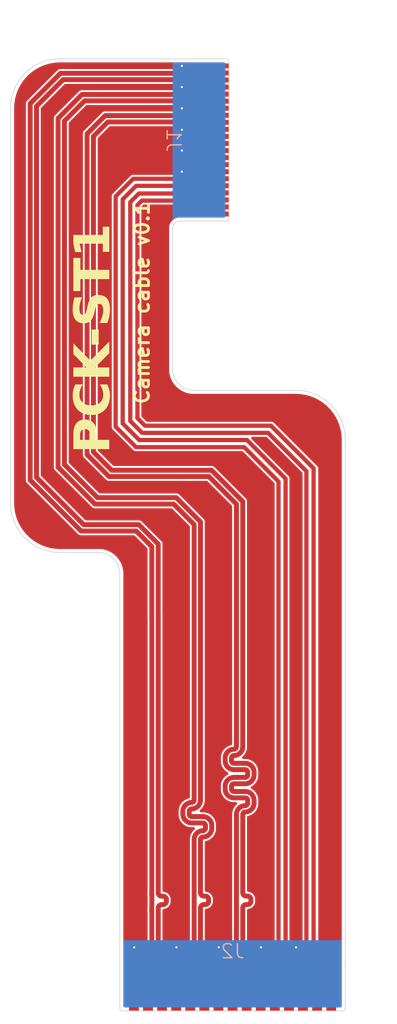
<source format=kicad_pcb>
(kicad_pcb (version 20241229) (generator "pcbnew") (generator_version "9.0")
  (layers (0 "F.Cu" signal) (2 "B.Cu" signal) (13 "F.Paste" user) (15 "B.Paste" user) (5 "F.SilkS" user "F.Silkscreen") (7 "B.SilkS" user "B.Silkscreen") (1 "F.Mask" user) (3 "B.Mask" user) (25 "Edge.Cuts" user))
  (net 0 "")
  (net 1 "GND")
  (net 2 "/SCL")
  (net 3 "+3V3")
  (net 4 "/CON_SCI_D0_P")
  (net 6 "/CON_SCI_D1_N")
  (net 7 "/CON_SCI_CLK_P")
  (net 8 "/CON_SCI_D0_N")
  (net 9 "/CON_SCI_CLK_N")
  (net 10 "/CON_SCI_D1_P")
  (net 11 "/SDA")
  (net 12 "/ENABLE")
  (net 13 "Net-(J1-Pin_18)")
  (footprint "lib:FPC-15P-1mm" (layer "F.Cu") (at 160 120 180)
    (property "Reference" "J2" (at 6.9904 2.9822 0) (layer "B.SilkS") (effects (font (thickness 0.1)) (justify mirror)))
    (property "Value" "Conn_01x15")
    (fp_line (start 15 2.25) (end 15 -1.05) (stroke (width 0.05)) (layer "Edge.Cuts"))
    (fp_line (start -0.8 -1.25) (end 14.8 -1.25) (stroke (width 0.05)) (layer "Edge.Cuts"))
    (fp_line (start -1 2.25) (end -1 -1.05) (stroke (width 0.05)) (layer "Edge.Cuts"))
    (fp_arc (start 14.8 -1.25) (mid 14.941421 -1.191421) (end 15 -1.05) (stroke (width 0.05)) (layer "Edge.Cuts"))
    (fp_arc (start -1 -1.05) (mid -0.941421 -1.191421) (end -0.8 -1.25) (stroke (width 0.05)) (layer "Edge.Cuts"))
    (pad "1" smd rect (at 0 0.5 270) (size 3.5 0.7) (layers "F.Cu" "F.Mask" "F.Paste") (net 3 "+3V3"))
    (pad "2" smd rect (at 1 0.5 270) (size 3.5 0.7) (layers "F.Cu" "F.Mask" "F.Paste") (net 11 "/SDA"))
    (pad "3" smd rect (at 2 0.5 270) (size 3.5 0.7) (layers "F.Cu" "F.Mask" "F.Paste") (net 2 "/SCL"))
    (pad "4" smd rect (at 3 0.5 270) (size 3.5 0.7) (layers "F.Cu" "F.Mask" "F.Paste") (net 13 "Net-(J1-Pin_18)"))
    (pad "5" smd rect (at 4 0.5 270) (size 3.5 0.7) (layers "F.Cu" "F.Mask" "F.Paste") (net 12 "/ENABLE"))
    (pad "6" smd rect (at 5 0.5 270) (size 3.5 0.7) (layers "F.Cu" "F.Mask" "F.Paste") (net 1 "GND"))
    (pad "7" smd rect (at 6 0.5 270) (size 3.5 0.7) (layers "F.Cu" "F.Mask" "F.Paste") (net 7 "/CON_SCI_CLK_P"))
    (pad "8" smd rect (at 7 0.5 270) (size 3.5 0.7) (layers "F.Cu" "F.Mask" "F.Paste") (net 9 "/CON_SCI_CLK_N"))
    (pad "9" smd rect (at 8 0.5 270) (size 3.5 0.7) (layers "F.Cu" "F.Mask" "F.Paste") (net 1 "GND"))
    (pad "10" smd rect (at 9 0.5 270) (size 3.5 0.7) (layers "F.Cu" "F.Mask" "F.Paste") (net 10 "/CON_SCI_D1_P"))
    (pad "11" smd rect (at 10 0.5 270) (size 3.5 0.7) (layers "F.Cu" "F.Mask" "F.Paste") (net 6 "/CON_SCI_D1_N"))
    (pad "12" smd rect (at 11 0.5 270) (size 3.5 0.7) (layers "F.Cu" "F.Mask" "F.Paste") (net 1 "GND"))
    (pad "13" smd rect (at 12 0.5 270) (size 3.5 0.7) (layers "F.Cu" "F.Mask" "F.Paste") (net 4 "/CON_SCI_D0_P"))
    (pad "14" smd rect (at 13 0.5 270) (size 3.5 0.7) (layers "F.Cu" "F.Mask" "F.Paste") (net 8 "/CON_SCI_D0_N"))
    (pad "15" smd rect (at 14 0.5 270) (size 3.5 0.7) (layers "F.Cu" "F.Mask" "F.Paste") (net 1 "GND"))
  )
  (footprint "lib:FPC-22P-0.5mm" (layer "F.Cu") (at 151.5 54.25 -90)
    (property "Reference" "J1" (at 5.2622 2.6814 -90) (layer "B.SilkS") (effects (font (thickness 0.1)) (justify mirror)))
    (property "Value" "Conn_01x22")
    (fp_line (start -0.5 2.25) (end -0.5 -1.05) (stroke (width 0.05)) (layer "Edge.Cuts"))
    (fp_line (start 11 2.25) (end 11 -1.05) (stroke (width 0.05)) (layer "Edge.Cuts"))
    (fp_line (start -0.3 -1.25) (end 10.8 -1.25) (stroke (width 0.05)) (layer "Edge.Cuts"))
    (fp_arc (start -0.5 -1.05) (mid -0.441421 -1.191421) (end -0.3 -1.25) (stroke (width 0.05)) (layer "Edge.Cuts"))
    (fp_arc (start 10.8 -1.25) (mid 10.941421 -1.191421) (end 11 -1.05) (stroke (width 0.05)) (layer "Edge.Cuts"))
    (pad "1" smd rect (at 0 0) (size 2.5 0.35) (layers "F.Cu" "F.Mask" "F.Paste") (net 1 "GND"))
    (pad "2" smd rect (at 0.5 0) (size 2.5 0.35) (layers "F.Cu" "F.Mask" "F.Paste") (net 8 "/CON_SCI_D0_N"))
    (pad "3" smd rect (at 1 0) (size 2.5 0.35) (layers "F.Cu" "F.Mask" "F.Paste") (net 4 "/CON_SCI_D0_P"))
    (pad "4" smd rect (at 1.5 0) (size 2.5 0.35) (layers "F.Cu" "F.Mask" "F.Paste") (net 1 "GND"))
    (pad "5" smd rect (at 2 0) (size 2.5 0.35) (layers "F.Cu" "F.Mask" "F.Paste") (net 6 "/CON_SCI_D1_N"))
    (pad "6" smd rect (at 2.5 0) (size 2.5 0.35) (layers "F.Cu" "F.Mask" "F.Paste") (net 10 "/CON_SCI_D1_P"))
    (pad "7" smd rect (at 3 0) (size 2.5 0.35) (layers "F.Cu" "F.Mask" "F.Paste") (net 1 "GND"))
    (pad "8" smd rect (at 3.5 0) (size 2.5 0.35) (layers "F.Cu" "F.Mask" "F.Paste") (net 9 "/CON_SCI_CLK_N"))
    (pad "9" smd rect (at 4 0) (size 2.5 0.35) (layers "F.Cu" "F.Mask" "F.Paste") (net 7 "/CON_SCI_CLK_P"))
    (pad "10" smd rect (at 4.5 0) (size 2.5 0.35) (layers "F.Cu" "F.Mask" "F.Paste") (net 1 "GND"))
    (pad "11" smd rect (at 5 0) (size 2.5 0.35) (layers "F.Cu" "F.Mask" "F.Paste"))
    (pad "12" smd rect (at 5.5 0) (size 2.5 0.35) (layers "F.Cu" "F.Mask" "F.Paste"))
    (pad "13" smd rect (at 6 0) (size 2.5 0.35) (layers "F.Cu" "F.Mask" "F.Paste") (net 1 "GND"))
    (pad "14" smd rect (at 6.5 0) (size 2.5 0.35) (layers "F.Cu" "F.Mask" "F.Paste"))
    (pad "15" smd rect (at 7 0) (size 2.5 0.35) (layers "F.Cu" "F.Mask" "F.Paste"))
    (pad "16" smd rect (at 7.5 0) (size 2.5 0.35) (layers "F.Cu" "F.Mask" "F.Paste") (net 1 "GND"))
    (pad "17" smd rect (at 8 0) (size 2.5 0.35) (layers "F.Cu" "F.Mask" "F.Paste") (net 12 "/ENABLE"))
    (pad "18" smd rect (at 8.5 0) (size 2.5 0.35) (layers "F.Cu" "F.Mask" "F.Paste") (net 13 "Net-(J1-Pin_18)"))
    (pad "19" smd rect (at 9 0) (size 2.5 0.35) (layers "F.Cu" "F.Mask" "F.Paste"))
    (pad "20" smd rect (at 9.5 0) (size 2.5 0.35) (layers "F.Cu" "F.Mask" "F.Paste") (net 2 "/SCL"))
    (pad "21" smd rect (at 10 0) (size 2.5 0.35) (layers "F.Cu" "F.Mask" "F.Paste") (net 11 "/SDA"))
    (pad "22" smd rect (at 10.5 0) (size 2.5 0.35) (layers "F.Cu" "F.Mask" "F.Paste") (net 3 "+3V3"))
  )
  (gr_arc (start 143.5 88.75) (mid 144.56066 89.18934) (end 145 90.25) (stroke (width 0.05)) (layer "Edge.Cuts"))
  (gr_arc (start 148.75 65.75) (mid 148.896447 65.396447) (end 149.25 65.25) (stroke (width 0.05)) (layer "Edge.Cuts"))
  (gr_line (start 140.75 88.75) (end 143.5 88.75) (stroke (width 0.05)) (layer "Edge.Cuts"))
  (gr_arc (start 150.25 77.25) (mid 149.18934 76.81066) (end 148.75 75.75) (stroke (width 0.05)) (layer "Edge.Cuts"))
  (gr_line (start 145 90.25) (end 145 117.75) (stroke (width 0.05)) (layer "Edge.Cuts"))
  (gr_line (start 161 117.75) (end 161 80.75) (stroke (width 0.05)) (layer "Edge.Cuts"))
  (gr_line (start 157.5 77.25) (end 150.25 77.25) (stroke (width 0.05)) (layer "Edge.Cuts"))
  (gr_line (start 149.25 53.75) (end 140.75 53.75) (stroke (width 0.05)) (layer "Edge.Cuts"))
  (gr_line (start 148.75 75.75) (end 148.75 65.75) (stroke (width 0.05)) (layer "Edge.Cuts"))
  (gr_arc (start 140.75 88.75) (mid 138.275126 87.724874) (end 137.25 85.25) (stroke (width 0.05)) (layer "Edge.Cuts"))
  (gr_arc (start 157.5 77.25) (mid 159.974874 78.275126) (end 161 80.75) (stroke (width 0.05)) (layer "Edge.Cuts"))
  (gr_line (start 137.25 57.25) (end 137.25 85.25) (stroke (width 0.05)) (layer "Edge.Cuts"))
  (gr_arc (start 137.25 57.25) (mid 138.275126 54.775126) (end 140.75 53.75) (stroke (width 0.05)) (layer "Edge.Cuts"))
  (gr_text "Camera cable v0.1" (at 147.1676 78.3336 90) (layer "F.SilkS") (effects (font (size 1 1) (thickness 0.2) (bold yes)) (justify left bottom)))
  (gr_text "PCK-ST1" (at 144.6784 81.7372 90) (layer "F.SilkS") (effects (font (size 2.5 2.5) (thickness 0.3) (bold yes)) (justify left bottom)))
  (via (at 155.0162 116.7384) (size 0.35) (drill 0.15) (layers "F.Cu" "B.Cu") (net 1))
  (via (at 149.4028 57.2516) (size 0.35) (drill 0.15) (layers "F.Cu" "B.Cu") (net 1))
  (via (at 149.4028 60.2488) (size 0.35) (drill 0.15) (layers "F.Cu" "B.Cu") (net 1))
  (via (at 146.0246 116.7384) (size 0.35) (drill 0.15) (layers "F.Cu" "B.Cu") (net 1))
  (via (at 157.5054 116.7384) (size 0.35) (drill 0.15) (layers "F.Cu" "B.Cu") (net 1))
  (via (at 149.4028 58.7756) (size 0.35) (drill 0.15) (layers "F.Cu" "B.Cu") (net 1))
  (via (at 152.019 116.7384) (size 0.35) (drill 0.15) (layers "F.Cu" "B.Cu") (net 1))
  (via (at 149.4028 54.25) (size 0.35) (drill 0.15) (layers "F.Cu" "B.Cu") (net 1))
  (via (at 149.4028 61.7474) (size 0.35) (drill 0.15) (layers "F.Cu" "B.Cu") (net 1))
  (via (at 149.4028 55.753) (size 0.35) (drill 0.15) (layers "F.Cu" "B.Cu") (net 1))
  (via (at 149.0218 116.7384) (size 0.35) (drill 0.15) (layers "F.Cu" "B.Cu") (net 1))
  (segment (start 158 116.9042) (end 158 120) (width 0.3) (layer "F.Cu") (net 2))
  (segment (start 145.7452 79.4258) (end 146.5834 80.264) (width 0.3) (layer "F.Cu") (net 2))
  (segment (start 149.6782 63.75) (end 149.225 63.2968) (width 0.3) (layer "F.Cu") (net 2))
  (segment (start 158.242 82.9818) (end 158.242 116.6622) (width 0.3) (layer "F.Cu") (net 2))
  (segment (start 146.3548 63.2968) (end 145.7452 63.9064) (width 0.3) (layer "F.Cu") (net 2))
  (segment (start 155.5242 80.264) (end 158.242 82.9818) (width 0.3) (layer "F.Cu") (net 2))
  (segment (start 158.242 116.6622) (end 158 116.9042) (width 0.3) (layer "F.Cu") (net 2))
  (segment (start 151.5 63.75) (end 149.6782 63.75) (width 0.3) (layer "F.Cu") (net 2))
  (segment (start 146.5834 80.264) (end 155.5242 80.264) (width 0.3) (layer "F.Cu") (net 2))
  (segment (start 145.7452 63.9064) (end 145.7452 79.4258) (width 0.3) (layer "F.Cu") (net 2))
  (segment (start 149.225 63.2968) (end 146.3548 63.2968) (width 0.3) (layer "F.Cu") (net 2))
  (segment (start 149.599999 55.225) (end 149.624999 55.25) (width 0.35) (layer "F.Cu") (net 4))
  (segment (start 139.0904 83.425602) (end 139.0904 57.112598) (width 0.35) (layer "F.Cu") (net 4))
  (segment (start 147.7228 93.1672) (end 147.7228 88.146402) (width 0.35) (layer "F.Cu") (net 4))
  (segment (start 140.977998 55.225) (end 149.599999 55.225) (width 0.35) (layer "F.Cu") (net 4))
  (segment (start 147.725 116.599999) (end 147.725 113.951761) (width 0.35) (layer "F.Cu") (net 4))
  (segment (start 147.725 112.751761) (end 147.725 111.7092) (width 0.35) (layer "F.Cu") (net 4))
  (segment (start 147.7228 88.146402) (end 146.349998 86.7736) (width 0.35) (layer "F.Cu") (net 4))
  (segment (start 148 116.874999) (end 147.725 116.599999) (width 0.35) (layer "F.Cu") (net 4))
  (segment (start 147.965 113.711761) (end 148.063871 113.711761) (width 0.35) (layer "F.Cu") (net 4))
  (segment (start 147.725 112.871761) (end 147.725 112.751761) (width 0.35) (layer "F.Cu") (net 4))
  (segment (start 142.438398 86.7736) (end 139.0904 83.425602) (width 0.35) (layer "F.Cu") (net 4))
  (segment (start 148.063871 113.111761) (end 147.965 113.111761) (width 0.35) (layer "F.Cu") (net 4))
  (segment (start 148.303871 113.471761) (end 148.303871 113.351761) (width 0.35) (layer "F.Cu") (net 4))
  (segment (start 139.0904 57.112598) (end 140.977998 55.225) (width 0.35) (layer "F.Cu") (net 4))
  (segment (start 147.725 111.7092) (end 147.725 93.1694) (width 0.35) (layer "F.Cu") (net 4))
  (segment (start 148 119.5) (end 148 116.874999) (width 0.35) (layer "F.Cu") (net 4))
  (segment (start 146.349998 86.7736) (end 142.438398 86.7736) (width 0.35) (layer "F.Cu") (net 4))
  (segment (start 149.624999 55.25) (end 151.5 55.25) (width 0.35) (layer "F.Cu") (net 4))
  (segment (start 147.725 93.1694) (end 147.7228 93.1672) (width 0.35) (layer "F.Cu") (net 4))
  (arc (start 147.725 113.951761) (mid 147.795294 113.782055) (end 147.965 113.711761) (width 0.35) (layer "F.Cu") (net 4))
  (arc (start 147.965 113.111761) (mid 147.795294 113.041467) (end 147.725 112.871761) (width 0.35) (layer "F.Cu") (net 4))
  (arc (start 148.303871 113.351761) (mid 148.233577 113.182055) (end 148.063871 113.111761) (width 0.35) (layer "F.Cu") (net 4))
  (arc (start 148.063871 113.711761) (mid 148.233577 113.641467) (end 148.303871 113.471761) (width 0.35) (layer "F.Cu") (net 4))
  (segment (start 150.9 107.918) (end 150.725 107.918) (width 0.35) (layer "F.Cu") (net 6))
  (segment (start 150 119.5) (end 150 116.874999) (width 0.35) (layer "F.Cu") (net 6))
  (segment (start 150.275 86.762998) (end 148.823402 85.3114) (width 0.35) (layer "F.Cu") (net 6))
  (segment (start 151.075 108.293) (end 151.075 108.093) (width 0.35) (layer "F.Cu") (net 6))
  (segment (start 150.275 106.093) (end 150.275 102.7684) (width 0.35) (layer "F.Cu") (net 6))
  (segment (start 140.6216 82.697598) (end 140.6216 57.967602) (width 0.35) (layer "F.Cu") (net 6))
  (segment (start 150.275 102.7684) (end 150.275 86.762998) (width 0.35) (layer "F.Cu") (net 6))
  (segment (start 149.599999 56.275) (end 149.624999 56.25) (width 0.35) (layer "F.Cu") (net 6))
  (segment (start 150.275 106.293) (end 150.275 106.093) (width 0.35) (layer "F.Cu") (net 6))
  (segment (start 143.235402 85.3114) (end 140.6216 82.697598) (width 0.35) (layer "F.Cu") (net 6))
  (segment (start 149.624999 56.25) (end 151.5 56.25) (width 0.35) (layer "F.Cu") (net 6))
  (segment (start 148.823402 85.3114) (end 143.235402 85.3114) (width 0.35) (layer "F.Cu") (net 6))
  (segment (start 142.314202 56.275) (end 149.599999 56.275) (width 0.35) (layer "F.Cu") (net 6))
  (segment (start 149.475 107.293) (end 149.475 107.093) (width 0.35) (layer "F.Cu") (net 6))
  (segment (start 150.325 107.918) (end 150.1 107.918) (width 0.35) (layer "F.Cu") (net 6))
  (segment (start 150 116.874999) (end 150.275 116.599999) (width 0.35) (layer "F.Cu") (net 6))
  (segment (start 140.6216 57.967602) (end 142.314202 56.275) (width 0.35) (layer "F.Cu") (net 6))
  (segment (start 150.275 116.599999) (end 150.275 109.093) (width 0.35) (layer "F.Cu") (net 6))
  (segment (start 150.725 107.918) (end 150.325 107.918) (width 0.35) (layer "F.Cu") (net 6))
  (arc (start 150.1 106.468) (mid 150.223744 106.416744) (end 150.275 106.293) (width 0.35) (layer "F.Cu") (net 6))
  (arc (start 149.475 107.093) (mid 149.658058 106.651058) (end 150.1 106.468) (width 0.35) (layer "F.Cu") (net 6))
  (arc (start 150.1 107.918) (mid 149.658058 107.734942) (end 149.475 107.293) (width 0.35) (layer "F.Cu") (net 6))
  (arc (start 150.9 108.468) (mid 151.023744 108.416744) (end 151.075 108.293) (width 0.35) (layer "F.Cu") (net 6))
  (arc (start 150.275 109.093) (mid 150.458058 108.651058) (end 150.9 108.468) (width 0.35) (layer "F.Cu") (net 6))
  (arc (start 151.075 108.093) (mid 151.023744 107.969256) (end 150.9 107.918) (width 0.35) (layer "F.Cu") (net 6))
  (segment (start 153.725 102.515) (end 153.725 102.315) (width 0.35) (layer "F.Cu") (net 7))
  (segment (start 152.925 103.515) (end 152.925 103.315) (width 0.35) (layer "F.Cu") (net 7))
  (segment (start 153.725 112.7444) (end 153.725 111.6838) (width 0.35) (layer "F.Cu") (net 7))
  (segment (start 153.9 105.69) (end 153.725 105.69) (width 0.35) (layer "F.Cu") (net 7))
  (segment (start 153.725 105.14) (end 153.9 105.14) (width 0.35) (layer "F.Cu") (net 7))
  (segment (start 154.525 106.515) (end 154.525 106.315) (width 0.35) (layer "F.Cu") (net 7))
  (segment (start 153.725 85.131602) (end 151.506198 82.9128) (width 0.35) (layer "F.Cu") (net 7))
  (segment (start 154.063812 113.1044) (end 153.965 113.1044) (width 0.35) (layer "F.Cu") (net 7))
  (segment (start 144.150198 58.225) (end 149.599999 58.225) (width 0.35) (layer "F.Cu") (net 7))
  (segment (start 153.725 105.69) (end 153.275 105.69) (width 0.35) (layer "F.Cu") (net 7))
  (segment (start 149.599999 58.225) (end 149.624999 58.25) (width 0.35) (layer "F.Cu") (net 7))
  (segment (start 154.303812 113.4644) (end 154.303812 113.3444) (width 0.35) (layer "F.Cu") (net 7))
  (segment (start 153.725 116.599999) (end 153.725 113.9444) (width 0.35) (layer "F.Cu") (net 7))
  (segment (start 154 116.874999) (end 153.725 116.599999) (width 0.35) (layer "F.Cu") (net 7))
  (segment (start 153.275 105.14) (end 153.725 105.14) (width 0.35) (layer "F.Cu") (net 7))
  (segment (start 153.965 113.7044) (end 154.063812 113.7044) (width 0.35) (layer "F.Cu") (net 7))
  (segment (start 144.419598 82.9128) (end 143.129 81.622202) (width 0.35) (layer "F.Cu") (net 7))
  (segment (start 153.325 103.69) (end 153.1 103.69) (width 0.35) (layer "F.Cu") (net 7))
  (segment (start 153.725 111.6838) (end 153.725 107.315) (width 0.35) (layer "F.Cu") (net 7))
  (segment (start 152.925 105.515) (end 152.925 105.315) (width 0.35) (layer "F.Cu") (net 7))
  (segment (start 151.506198 82.9128) (end 144.419598 82.9128) (width 0.35) (layer "F.Cu") (net 7))
  (segment (start 149.624999 58.25) (end 151.5 58.25) (width 0.35) (layer "F.Cu") (net 7))
  (segment (start 153.1 105.14) (end 153.275 105.14) (width 0.35) (layer "F.Cu") (net 7))
  (segment (start 153.275 105.69) (end 153.1 105.69) (width 0.35) (layer "F.Cu") (net 7))
  (segment (start 153.725 112.8644) (end 153.725 112.7444) (width 0.35) (layer "F.Cu") (net 7))
  (segment (start 153.725 100.6094) (end 153.725 85.131602) (width 0.35) (layer "F.Cu") (net 7))
  (segment (start 153.725 103.69) (end 153.325 103.69) (width 0.35) (layer "F.Cu") (net 7))
  (segment (start 154 119.5) (end 154 116.874999) (width 0.35) (layer "F.Cu") (net 7))
  (segment (start 154.525 104.515) (end 154.525 104.315) (width 0.35) (layer "F.Cu") (net 7))
  (segment (start 143.129 81.622202) (end 143.129 59.246198) (width 0.35) (layer "F.Cu") (net 7))
  (segment (start 153.725 102.315) (end 153.725 100.6094) (width 0.35) (layer "F.Cu") (net 7))
  (segment (start 153.9 103.69) (end 153.725 103.69) (width 0.35) (layer "F.Cu") (net 7))
  (segment (start 143.129 59.246198) (end 144.150198 58.225) (width 0.35) (layer "F.Cu") (net 7))
  (arc (start 153.725 113.9444) (mid 153.795294 113.774694) (end 153.965 113.7044) (width 0.35) (layer "F.Cu") (net 7))
  (arc (start 153.1 103.14) (mid 153.541942 102.956942) (end 153.725 102.515) (width 0.35) (layer "F.Cu") (net 7))
  (arc (start 153.9 105.14) (mid 154.341942 104.956942) (end 154.525 104.515) (width 0.35) (layer "F.Cu") (net 7))
  (arc (start 154.525 106.315) (mid 154.341942 105.873058) (end 153.9 105.69) (width 0.35) (layer "F.Cu") (net 7))
  (arc (start 153.965 113.1044) (mid 153.795294 113.034106) (end 153.725 112.8644) (width 0.35) (layer "F.Cu") (net 7))
  (arc (start 154.525 104.315) (mid 154.341942 103.873058) (end 153.9 103.69) (width 0.35) (layer "F.Cu") (net 7))
  (arc (start 153.725 107.315) (mid 153.776256 107.191256) (end 153.9 107.14) (width 0.35) (layer "F.Cu") (net 7))
  (arc (start 153.9 107.14) (mid 154.341942 106.956942) (end 154.525 106.515) (width 0.35) (layer "F.Cu") (net 7))
  (arc (start 152.925 103.315) (mid 152.976256 103.191256) (end 153.1 103.14) (width 0.35) (layer "F.Cu") (net 7))
  (arc (start 154.303812 113.3444) (mid 154.233518 113.174694) (end 154.063812 113.1044) (width 0.35) (layer "F.Cu") (net 7))
  (arc (start 154.063812 113.7044) (mid 154.233518 113.634106) (end 154.303812 113.4644) (width 0.35) (layer "F.Cu") (net 7))
  (arc (start 153.1 105.69) (mid 152.976256 105.638744) (end 152.925 105.515) (width 0.35) (layer "F.Cu") (net 7))
  (arc (start 153.1 103.69) (mid 152.976256 103.638744) (end 152.925 103.515) (width 0.35) (layer "F.Cu") (net 7))
  (arc (start 152.925 105.315) (mid 152.976256 105.191256) (end 153.1 105.14) (width 0.35) (layer "F.Cu") (net 7))
  (segment (start 142.251588 87.2246) (end 141.987398 86.96041) (width 0.35) (layer "F.Cu") (net 8))
  (segment (start 147.2718 88.333212) (end 146.163188 87.2246) (width 0.35) (layer "F.Cu") (net 8))
  (segment (start 147.2718 92.98039) (end 147.2718 88.333212) (width 0.35) (layer "F.Cu") (net 8))
  (segment (start 138.90359 56.661598) (end 140.526998 55.03819) (width 0.35) (layer "F.Cu") (net 8))
  (segment (start 147.274 111.52239) (end 147.274 93.35621) (width 0.35) (layer "F.Cu") (net 8))
  (segment (start 138.6394 57.299408) (end 138.6394 56.925788) (width 0.35) (layer "F.Cu") (net 8))
  (segment (start 147.274 116.600999) (end 147.274 116.413189) (width 0.35) (layer "F.Cu") (net 8))
  (segment (start 138.6394 56.925788) (end 138.90359 56.661598) (width 0.35) (layer "F.Cu") (net 8))
  (segment (start 147 119.5) (end 147 116.874999) (width 0.35) (layer "F.Cu") (net 8))
  (segment (start 138.6394 83.238792) (end 138.6394 57.299408) (width 0.35) (layer "F.Cu") (net 8))
  (segment (start 147.274 114.141179) (end 147.265776 114.132663) (width 0.35) (layer "F.Cu") (net 8))
  (segment (start 146.163188 87.2246) (end 142.625208 87.2246) (width 0.35) (layer "F.Cu") (net 8))
  (segment (start 147.275 113.757087) (end 147.275 113.069136) (width 0.35) (layer "F.Cu") (net 8))
  (segment (start 147.274 116.413189) (end 147.274 114.141179) (width 0.35) (layer "F.Cu") (net 8))
  (segment (start 147.269749 112.681082) (end 147.274 112.676864) (width 0.35) (layer "F.Cu") (net 8))
  (segment (start 147.274 112.564951) (end 147.274 111.89601) (width 0.35) (layer "F.Cu") (net 8))
  (segment (start 147.268264 113.057466) (end 147.269749 112.681082) (width 0.35) (layer "F.Cu") (net 8))
  (segment (start 149.413189 54.774) (end 149.600999 54.774) (width 0.35) (layer "F.Cu") (net 8))
  (segment (start 149.600999 54.774) (end 149.624999 54.75) (width 0.35) (layer "F.Cu") (net 8))
  (segment (start 147 116.874999) (end 147.274 116.600999) (width 0.35) (layer "F.Cu") (net 8))
  (segment (start 140.526998 55.03819) (end 140.791188 54.774) (width 0.35) (layer "F.Cu") (net 8))
  (segment (start 147.272241 113.761865) (end 147.275 113.757087) (width 0.35) (layer "F.Cu") (net 8))
  (segment (start 141.164808 54.774) (end 149.413189 54.774) (width 0.35) (layer "F.Cu") (net 8))
  (segment (start 147.274 93.35621) (end 147.2718 93.35401) (width 0.35) (layer "F.Cu") (net 8))
  (segment (start 138.6394 83.612412) (end 138.6394 83.238792) (width 0.35) (layer "F.Cu") (net 8))
  (segment (start 147.274 111.89601) (end 147.274 111.52239) (width 0.35) (layer "F.Cu") (net 8))
  (segment (start 140.791188 54.774) (end 141.164808 54.774) (width 0.35) (layer "F.Cu") (net 8))
  (segment (start 147.265776 114.132663) (end 147.272241 113.761865) (width 0.35) (layer "F.Cu") (net 8))
  (segment (start 147.2718 93.35401) (end 147.2718 92.98039) (width 0.35) (layer "F.Cu") (net 8))
  (segment (start 138.90359 83.876602) (end 138.6394 83.612412) (width 0.35) (layer "F.Cu") (net 8))
  (segment (start 149.624999 54.75) (end 151.5 54.75) (width 0.35) (layer "F.Cu") (net 8))
  (segment (start 147.274 112.676864) (end 147.274 112.564951) (width 0.35) (layer "F.Cu") (net 8))
  (segment (start 147.275 113.069136) (end 147.268264 113.057466) (width 0.35) (layer "F.Cu") (net 8))
  (segment (start 142.625208 87.2246) (end 142.251588 87.2246) (width 0.35) (layer "F.Cu") (net 8))
  (segment (start 141.987398 86.96041) (end 138.90359 83.876602) (width 0.35) (layer "F.Cu") (net 8))
  (segment (start 154.075 106.515) (end 154.075 106.315) (width 0.35) (layer "F.Cu") (net 9))
  (segment (start 153.9 104.14) (end 153.725 104.14) (width 0.35) (layer "F.Cu") (net 9))
  (segment (start 153.1 104.69) (end 153.275 104.69) (width 0.35) (layer "F.Cu") (net 9))
  (segment (start 153.275 102.515) (end 153.275 102.315) (width 0.35) (layer "F.Cu") (net 9))
  (segment (start 142.679 59.059802) (end 143.963802 57.775) (width 0.35) (layer "F.Cu") (net 9))
  (segment (start 142.679 81.808598) (end 142.679 59.059802) (width 0.35) (layer "F.Cu") (net 9))
  (segment (start 153.725 106.14) (end 153.275 106.14) (width 0.35) (layer "F.Cu") (net 9))
  (segment (start 153.275 106.14) (end 153.1 106.14) (width 0.35) (layer "F.Cu") (net 9))
  (segment (start 153.275 104.69) (end 153.725 104.69) (width 0.35) (layer "F.Cu") (net 9))
  (segment (start 153.325 104.14) (end 153.1 104.14) (width 0.35) (layer "F.Cu") (net 9))
  (segment (start 153.725 104.14) (end 153.325 104.14) (width 0.35) (layer "F.Cu") (net 9))
  (segment (start 153 119.5) (end 153 116.874999) (width 0.35) (layer "F.Cu") (net 9))
  (segment (start 149.599999 57.775) (end 149.624999 57.75) (width 0.35) (layer "F.Cu") (net 9))
  (segment (start 152.475 105.515) (end 152.475 105.315) (width 0.35) (layer "F.Cu") (net 9))
  (segment (start 153.275 100.6094) (end 153.275 85.317998) (width 0.35) (layer "F.Cu") (net 9))
  (segment (start 153.275 102.315) (end 153.275 100.6094) (width 0.35) (layer "F.Cu") (net 9))
  (segment (start 153.275 116.599999) (end 153.275 107.315) (width 0.35) (layer "F.Cu") (net 9))
  (segment (start 152.475 103.515) (end 152.475 103.315) (width 0.35) (layer "F.Cu") (net 9))
  (segment (start 149.624999 57.75) (end 151.5 57.75) (width 0.35) (layer "F.Cu") (net 9))
  (segment (start 151.319802 83.3628) (end 144.233202 83.3628) (width 0.35) (layer "F.Cu") (net 9))
  (segment (start 143.963802 57.775) (end 149.599999 57.775) (width 0.35) (layer "F.Cu") (net 9))
  (segment (start 154.075 104.515) (end 154.075 104.315) (width 0.35) (layer "F.Cu") (net 9))
  (segment (start 153.725 104.69) (end 153.9 104.69) (width 0.35) (layer "F.Cu") (net 9))
  (segment (start 153.275 85.317998) (end 151.319802 83.3628) (width 0.35) (layer "F.Cu") (net 9))
  (segment (start 144.233202 83.3628) (end 142.679 81.808598) (width 0.35) (layer "F.Cu") (net 9))
  (segment (start 153.9 106.14) (end 153.725 106.14) (width 0.35) (layer "F.Cu") (net 9))
  (segment (start 153 116.874999) (end 153.275 116.599999) (width 0.35) (layer "F.Cu") (net 9))
  (arc (start 153.1 106.14) (mid 152.658058 105.956942) (end 152.475 105.515) (width 0.35) (layer "F.Cu") (net 9))
  (arc (start 153.1 104.14) (mid 152.658058 103.956942) (end 152.475 103.515) (width 0.35) (layer "F.Cu") (net 9))
  (arc (start 152.475 103.315) (mid 152.658058 102.873058) (end 153.1 102.69) (width 0.35) (layer "F.Cu") (net 9))
  (arc (start 153.275 107.315) (mid 153.458058 106.873058) (end 153.9 106.69) (width 0.35) (layer "F.Cu") (net 9))
  (arc (start 153.9 106.69) (mid 154.023744 106.638744) (end 154.075 106.515) (width 0.35) (layer "F.Cu") (net 9))
  (arc (start 154.075 104.315) (mid 154.023744 104.191256) (end 153.9 104.14) (width 0.35) (layer "F.Cu") (net 9))
  (arc (start 153.1 102.69) (mid 153.223744 102.638744) (end 153.275 102.515) (width 0.35) (layer "F.Cu") (net 9))
  (arc (start 153.9 104.69) (mid 154.023744 104.638744) (end 154.075 104.515) (width 0.35) (layer "F.Cu") (net 9))
  (arc (start 154.075 106.315) (mid 154.023744 106.191256) (end 153.9 106.14) (width 0.35) (layer "F.Cu") (net 9))
  (arc (start 152.475 105.315) (mid 152.658058 104.873058) (end 153.1 104.69) (width 0.35) (layer "F.Cu") (net 9))
  (segment (start 142.500598 56.725) (end 149.599999 56.725) (width 0.35) (layer "F.Cu") (net 10))
  (segment (start 151 116.874999) (end 150.725 116.599999) (width 0.35) (layer "F.Cu") (net 10))
  (segment (start 141.0716 82.511202) (end 141.0716 58.153998) (width 0.35) (layer "F.Cu") (net 10))
  (segment (start 150.725 102.7684) (end 150.725 86.576602) (width 0.35) (layer "F.Cu") (net 10))
  (segment (start 151.525 108.293) (end 151.525 108.093) (width 0.35) (layer "F.Cu") (net 10))
  (segment (start 150.725 106.293) (end 150.725 106.093) (width 0.35) (layer "F.Cu") (net 10))
  (segment (start 149.599999 56.725) (end 149.624999 56.75) (width 0.35) (layer "F.Cu") (net 10))
  (segment (start 150.725 111.5822) (end 150.725 109.093) (width 0.35) (layer "F.Cu") (net 10))
  (segment (start 150.725 86.576602) (end 149.009798 84.8614) (width 0.35) (layer "F.Cu") (net 10))
  (segment (start 150.9 107.468) (end 150.725 107.468) (width 0.35) (layer "F.Cu") (net 10))
  (segment (start 150.725 116.599999) (end 150.725 113.9444) (width 0.35) (layer "F.Cu") (net 10))
  (segment (start 150.325 107.468) (end 150.1 107.468) (width 0.35) (layer "F.Cu") (net 10))
  (segment (start 150.725 107.468) (end 150.325 107.468) (width 0.35) (layer "F.Cu") (net 10))
  (segment (start 141.0716 58.153998) (end 142.500598 56.725) (width 0.35) (layer "F.Cu") (net 10))
  (segment (start 149.009798 84.8614) (end 143.421798 84.8614) (width 0.35) (layer "F.Cu") (net 10))
  (segment (start 150.965 113.7044) (end 151.063812 113.7044) (width 0.35) (layer "F.Cu") (net 10))
  (segment (start 150.725 106.093) (end 150.725 102.7684) (width 0.35) (layer "F.Cu") (net 10))
  (segment (start 150.725 112.7444) (end 150.725 111.5822) (width 0.35) (layer "F.Cu") (net 10))
  (segment (start 149.925 107.293) (end 149.925 107.093) (width 0.35) (layer "F.Cu") (net 10))
  (segment (start 143.421798 84.8614) (end 141.0716 82.511202) (width 0.35) (layer "F.Cu") (net 10))
  (segment (start 151.303812 113.4644) (end 151.303812 113.3444) (width 0.35) (layer "F.Cu") (net 10))
  (segment (start 150.725 112.8644) (end 150.725 112.7444) (width 0.35) (layer "F.Cu") (net 10))
  (segment (start 151 119.5) (end 151 116.874999) (width 0.35) (layer "F.Cu") (net 10))
  (segment (start 151.063812 113.1044) (end 150.965 113.1044) (width 0.35) (layer "F.Cu") (net 10))
  (segment (start 149.624999 56.75) (end 151.5 56.75) (width 0.35) (layer "F.Cu") (net 10))
  (arc (start 150.725 113.9444) (mid 150.795294 113.774694) (end 150.965 113.7044) (width 0.35) (layer "F.Cu") (net 10))
  (arc (start 150.725 109.093) (mid 150.776256 108.969256) (end 150.9 108.918) (width 0.35) (layer "F.Cu") (net 10))
  (arc (start 151.063812 113.7044) (mid 151.233518 113.634106) (end 151.303812 113.4644) (width 0.35) (layer "F.Cu") (net 10))
  (arc (start 151.525 108.093) (mid 151.341942 107.651058) (end 150.9 107.468) (width 0.35) (layer "F.Cu") (net 10))
  (arc (start 150.1 107.468) (mid 149.976256 107.416744) (end 149.925 107.293) (width 0.35) (layer "F.Cu") (net 10))
  (arc (start 150.9 108.918) (mid 151.341942 108.734942) (end 151.525 108.293) (width 0.35) (layer "F.Cu") (net 10))
  (arc (start 149.925 107.093) (mid 149.976256 106.969256) (end 150.1 106.918) (width 0.35) (layer "F.Cu") (net 10))
  (arc (start 151.303812 113.3444) (mid 151.233518 113.174694) (end 151.063812 113.1044) (width 0.35) (layer "F.Cu") (net 10))
  (arc (start 150.965 113.1044) (mid 150.795294 113.034106) (end 150.725 112.8644) (width 0.35) (layer "F.Cu") (net 10))
  (arc (start 150.1 106.918) (mid 150.541942 106.734942) (end 150.725 106.293) (width 0.35) (layer "F.Cu") (net 10))
  (segment (start 146.2532 64.1096) (end 146.2532 79.2226) (width 0.3) (layer "F.Cu") (net 11))
  (segment (start 159.004 118.3854) (end 159 118.3894) (width 0.3) (layer "F.Cu") (net 11))
  (segment (start 159 118.3894) (end 159 120) (width 0.3) (layer "F.Cu") (net 11))
  (segment (start 146.2532 79.2226) (end 146.7866 79.756) (width 0.3) (layer "F.Cu") (net 11))
  (segment (start 146.565 63.7978) (end 146.2532 64.1096) (width 0.3) (layer "F.Cu") (net 11))
  (segment (start 149.0148 63.7978) (end 146.565 63.7978) (width 0.3) (layer "F.Cu") (net 11))
  (segment (start 155.7274 79.756) (end 158.75 82.7786) (width 0.3) (layer "F.Cu") (net 11))
  (segment (start 151.5 64.25) (end 149.467 64.25) (width 0.3) (layer "F.Cu") (net 11))
  (segment (start 159.004 116.9162) (end 159.004 118.3854) (width 0.3) (layer "F.Cu") (net 11))
  (segment (start 158.75 116.6622) (end 159.004 116.9162) (width 0.3) (layer "F.Cu") (net 11))
  (segment (start 146.7866 79.756) (end 155.7274 79.756) (width 0.3) (layer "F.Cu") (net 11))
  (segment (start 151.488 64.262) (end 151.5 64.25) (width 0.3) (layer "F.Cu") (net 11))
  (segment (start 149.467 64.25) (end 149.0148 63.7978) (width 0.3) (layer "F.Cu") (net 11))
  (segment (start 158.75 82.7786) (end 158.75 116.6622) (width 0.3) (layer "F.Cu") (net 11))
  (segment (start 148.369479 62.25) (end 145.9538 62.25) (width 0.3) (layer "F.Cu") (net 12))
  (segment (start 156.2608 116.6368) (end 156 116.8976) (width 0.3) (layer "F.Cu") (net 12))
  (segment (start 144.7038 63.5) (end 144.7038 79.804122) (width 0.3) (layer "F.Cu") (net 12))
  (segment (start 153.82508 81.28) (end 156.2608 83.71572) (width 0.3) (layer "F.Cu") (net 12))
  (segment (start 146.1516 81.28) (end 153.82508 81.28) (width 0.3) (layer "F.Cu") (net 12))
  (segment (start 144.7038 79.804122) (end 144.705139 79.805461) (width 0.3) (layer "F.Cu") (net 12))
  (segment (start 149.346599 62.25) (end 148.78452 62.25) (width 0.3) (layer "F.Cu") (net 12))
  (segment (start 148.78452 62.25) (end 148.369479 62.25) (width 0.3) (layer "F.Cu") (net 12))
  (segment (start 156.2608 83.71572) (end 156.2608 116.6368) (width 0.3) (layer "F.Cu") (net 12))
  (segment (start 151.5 62.25) (end 149.346599 62.25) (width 0.3) (layer "F.Cu") (net 12))
  (segment (start 144.705139 79.833539) (end 146.1516 81.28) (width 0.3) (layer "F.Cu") (net 12))
  (segment (start 144.705139 79.805461) (end 144.705139 79.833539) (width 0.3) (layer "F.Cu") (net 12))
  (segment (start 148.369479 62.25) (end 148.36948 62.25) (width 0.3) (layer "F.Cu") (net 12))
  (segment (start 145.9538 62.25) (end 144.7038 63.5) (width 0.3) (layer "F.Cu") (net 12))
  (segment (start 156 116.8976) (end 156 120) (width 0.3) (layer "F.Cu") (net 12))
  (segment (start 146.16132 62.751) (end 146.976802 62.751001) (width 0.3) (layer "F.Cu") (net 13))
  (segment (start 154.0256 80.772) (end 146.3802 80.772) (width 0.3) (layer "F.Cu") (net 13))
  (segment (start 156.7618 83.508199) (end 156.718 83.4644) (width 0.3) (layer "F.Cu") (net 13))
  (segment (start 156.7618 116.6552) (end 156.7618 116.42928) (width 0.3) (layer "F.Cu") (net 13))
  (segment (start 146.976802 62.751001) (end 148.161956 62.751) (width 0.3) (layer "F.Cu") (net 13))
  (segment (start 146.3802 80.772) (end 145.2048 79.5966) (width 0.3) (layer "F.Cu") (net 13))
  (segment (start 146.976802 62.751001) (end 146.976803 62.751) (width 0.3) (layer "F.Cu") (net 13))
  (segment (start 148.161956 62.751) (end 148.161957 62.751001) (width 0.3) (layer "F.Cu") (net 13))
  (segment (start 149.55412 62.751) (end 151.499 62.751) (width 0.3) (layer "F.Cu") (net 13))
  (segment (start 156.7618 116.42928) (end 156.7618 83.92324) (width 0.3) (layer "F.Cu") (net 13))
  (segment (start 157 120) (end 157 116.8934) (width 0.3) (layer "F.Cu") (net 13))
  (segment (start 149.139078 62.751) (end 149.55412 62.751) (width 0.3) (layer "F.Cu") (net 13))
  (segment (start 154.032601 80.779) (end 154.0256 80.772) (width 0.3) (layer "F.Cu") (net 13))
  (segment (start 145.2048 79.5966) (end 145.2048 63.70752) (width 0.3) (layer "F.Cu") (net 13))
  (segment (start 148.577001 62.751001) (end 148.577002 62.751) (width 0.3) (layer "F.Cu") (net 13))
  (segment (start 156.718 83.4644) (end 156.468321 83.21472) (width 0.3) (layer "F.Cu") (net 13))
  (segment (start 148.161956 62.751) (end 148.577001 62.751001) (width 0.3) (layer "F.Cu") (net 13))
  (segment (start 156.7618 83.508199) (end 156.7618 83.5082) (width 0.3) (layer "F.Cu") (net 13))
  (segment (start 145.2048 63.70752) (end 146.16132 62.751) (width 0.3) (layer "F.Cu") (net 13))
  (segment (start 156.46832 83.21472) (end 154.032601 80.779) (width 0.3) (layer "F.Cu") (net 13))
  (segment (start 148.992041 62.751) (end 149.139078 62.751) (width 0.3) (layer "F.Cu") (net 13))
  (segment (start 156.468321 83.21472) (end 156.46832 83.21472) (width 0.3) (layer "F.Cu") (net 13))
  (segment (start 157 116.8934) (end 156.7618 116.6552) (width 0.3) (layer "F.Cu") (net 13))
  (segment (start 148.577002 62.751) (end 148.992041 62.751) (width 0.3) (layer "F.Cu") (net 13))
  (segment (start 156.7618 83.92324) (end 156.7618 83.508199) (width 0.3) (layer "F.Cu") (net 13))
  (zone (net 1) (net_name "GND") (layer "F.Cu") (priority 2) (connect_pads yes (clearance 0.125)) (min_thickness 0.2) (fill yes (thermal_gap 0.5) (thermal_bridge_width 0.5))
    (polygon (pts (xy 136.652 53.4416) (xy 150.2664 53.4416) (xy 150.2664 65.532) (xy 149.0726 65.532) (xy 149.0726 76.327) (xy 161.4678 76.327) (xy 161.490752 117.7544) (xy 144.497109 117.7544) (xy 144.4752 90.0176) (xy 136.4996 90.0176)))
  )
  (zone (net 3) (net_name "+3V3") (layer "F.Cu") (priority 3) (connect_pads yes (clearance 0.125)) (min_thickness 0.2) (fill yes (thermal_gap 0.5) (thermal_bridge_width 0.5))
    (polygon (pts (xy 152.7302 64.572709) (xy 149.332509 64.572709) (xy 148.7678 64.008) (xy 146.708997 64.008) (xy 146.2024 64.529071) (xy 146.2024 78.8162) (xy 146.8882 79.502) (xy 155.8798 79.502) (xy 159.0802 82.7024) (xy 159.0802 116.55213) (xy 159.6644 117.185014) (xy 159.6644 122.174) (xy 161.4932 122.174) (xy 161.4678 76.327) (xy 149.0726 76.327) (xy 149.0726 65.532) (xy 152.7302 65.532)))
  )
  (zone (net 1) (net_name "GND") (layer "B.Cu") (priority 1) (connect_pads yes (clearance 0.125)) (min_thickness 0.2) (fill yes (thermal_gap 0.5) (thermal_bridge_width 0.5))
    (polygon (pts (xy 148.7424 53.3654) (xy 148.7424 65.7098) (xy 152.9334 65.7098) (xy 152.9334 53.3654)))
  )
  (zone (net 1) (net_name "GND") (layer "B.Cu") (connect_pads yes (clearance 0.125)) (min_thickness 0.2) (fill yes (thermal_gap 0.5) (thermal_bridge_width 0.5))
    (polygon (pts (xy 144.295858 116.2304) (xy 161.6456 116.2304) (xy 161.6456 122.1232) (xy 144.272 122.1232)))
  )
)
</source>
